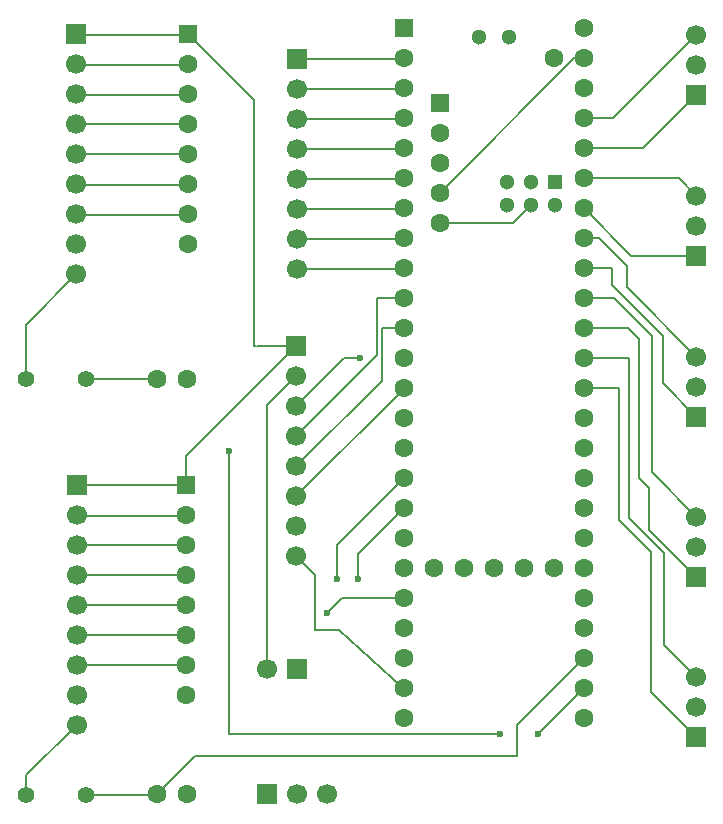
<source format=gtl>
G04 #@! TF.GenerationSoftware,KiCad,Pcbnew,9.0.4*
G04 #@! TF.CreationDate,2025-09-25T22:40:15-06:00*
G04 #@! TF.ProjectId,Teensy_Controler,5465656e-7379-45f4-936f-6e74726f6c65,rev?*
G04 #@! TF.SameCoordinates,Original*
G04 #@! TF.FileFunction,Copper,L1,Top*
G04 #@! TF.FilePolarity,Positive*
%FSLAX46Y46*%
G04 Gerber Fmt 4.6, Leading zero omitted, Abs format (unit mm)*
G04 Created by KiCad (PCBNEW 9.0.4) date 2025-09-25 22:40:15*
%MOMM*%
%LPD*%
G01*
G04 APERTURE LIST*
G04 #@! TA.AperFunction,Conductor*
%ADD10C,0.200000*%
G04 #@! TD*
G04 #@! TA.AperFunction,ComponentPad*
%ADD11R,1.700000X1.700000*%
G04 #@! TD*
G04 #@! TA.AperFunction,ComponentPad*
%ADD12C,1.700000*%
G04 #@! TD*
G04 #@! TA.AperFunction,ComponentPad*
%ADD13C,1.600000*%
G04 #@! TD*
G04 #@! TA.AperFunction,ComponentPad*
%ADD14C,1.400000*%
G04 #@! TD*
G04 #@! TA.AperFunction,ComponentPad*
%ADD15R,1.600000X1.600000*%
G04 #@! TD*
G04 #@! TA.AperFunction,ComponentPad*
%ADD16R,1.300000X1.300000*%
G04 #@! TD*
G04 #@! TA.AperFunction,ComponentPad*
%ADD17C,1.300000*%
G04 #@! TD*
G04 #@! TA.AperFunction,ViaPad*
%ADD18C,0.600000*%
G04 #@! TD*
G04 APERTURE END LIST*
D10*
X126072882Y-79984600D02*
X135191517Y-79984600D01*
X107340400Y-108458000D02*
X116636800Y-108458000D01*
X107315000Y-116078000D02*
X116636800Y-116078000D01*
X107264200Y-72821800D02*
X116738400Y-72821800D01*
X125958600Y-64719200D02*
X135051800Y-64719200D01*
X125958600Y-82499200D02*
X135001000Y-82499200D01*
X107264200Y-75412600D02*
X116865400Y-75412600D01*
X129565400Y-113055400D02*
X134950200Y-118008400D01*
X125958600Y-72339200D02*
X135001000Y-72339200D01*
X107315000Y-113512600D02*
X116611400Y-113512600D01*
X107315000Y-110972600D02*
X116586000Y-110972600D01*
X125958600Y-67259200D02*
X134899400Y-67259200D01*
X107314983Y-100838000D02*
X116611417Y-100838000D01*
X125907800Y-74930000D02*
X135102600Y-74930000D01*
X122326400Y-68224400D02*
X122326400Y-89027000D01*
X107315000Y-105918000D02*
X116484400Y-105918000D01*
X107264200Y-77927200D02*
X116738400Y-77927200D01*
X125983929Y-69799200D02*
X135026471Y-69799200D01*
X107416600Y-70281800D02*
X116586000Y-70281800D01*
X107289600Y-103403400D02*
X116611400Y-103403400D01*
X107314724Y-67792600D02*
X116662476Y-67792600D01*
X107264200Y-62687200D02*
X116763800Y-62687200D01*
X108026200Y-91846400D02*
X114223800Y-91846400D01*
X108153200Y-127025400D02*
X114325400Y-127025400D01*
X125933200Y-77444600D02*
X135102600Y-77444600D01*
X107313890Y-65227200D02*
X116612510Y-65227200D01*
D11*
X123418600Y-127000000D03*
D12*
X125958600Y-127000000D03*
X128498600Y-127000000D03*
D13*
X116636800Y-91846400D03*
X114136800Y-91846400D03*
D11*
X126009400Y-116357400D03*
D12*
X123469400Y-116357400D03*
D11*
X159766000Y-122174000D03*
D12*
X159766000Y-119634000D03*
X159766000Y-117094000D03*
D14*
X103047800Y-127025400D03*
X108127800Y-127025400D03*
D11*
X125933200Y-89027000D03*
D12*
X125933200Y-91567000D03*
X125933200Y-94107000D03*
X125933200Y-96647000D03*
X125933200Y-99187000D03*
X125933200Y-101727000D03*
X125933200Y-104267000D03*
X125933200Y-106807000D03*
D11*
X159791400Y-67767200D03*
D12*
X159791400Y-65227200D03*
X159791400Y-62687200D03*
D11*
X107315000Y-100812600D03*
D12*
X107315000Y-103352600D03*
X107315000Y-105892600D03*
X107315000Y-108432600D03*
X107315000Y-110972600D03*
X107315000Y-113512600D03*
X107315000Y-116052600D03*
X107315000Y-118592600D03*
X107315000Y-121132600D03*
D11*
X159791400Y-95021400D03*
D12*
X159791400Y-92481400D03*
X159791400Y-89941400D03*
D13*
X116636800Y-126949200D03*
X114136800Y-126949200D03*
D11*
X159791400Y-81407000D03*
D12*
X159791400Y-78867000D03*
X159791400Y-76327000D03*
D14*
X102997000Y-91871800D03*
X108077000Y-91871800D03*
D11*
X125958600Y-64719200D03*
D12*
X125958600Y-67259200D03*
X125958600Y-69799200D03*
X125958600Y-72339200D03*
X125958600Y-74879200D03*
X125958600Y-77419200D03*
X125958600Y-79959200D03*
X125958600Y-82499200D03*
D15*
X116763800Y-62661800D03*
D13*
X116763800Y-65201800D03*
X116763800Y-67741800D03*
X116763800Y-70281800D03*
X116763800Y-72821800D03*
X116763800Y-75361800D03*
X116763800Y-77901800D03*
X116763800Y-80441800D03*
D15*
X116611400Y-100838000D03*
D13*
X116611400Y-103378000D03*
X116611400Y-105918000D03*
X116611400Y-108458000D03*
X116611400Y-110998000D03*
X116611400Y-113538000D03*
X116611400Y-116078000D03*
X116611400Y-118618000D03*
D11*
X107264200Y-62661800D03*
D12*
X107264200Y-65201800D03*
X107264200Y-67741800D03*
X107264200Y-70281800D03*
X107264200Y-72821800D03*
X107264200Y-75361800D03*
X107264200Y-77901800D03*
X107264200Y-80441800D03*
X107264200Y-82981800D03*
D15*
X135001000Y-62153800D03*
D13*
X135001000Y-64693800D03*
X135001000Y-67233800D03*
X135001000Y-69773800D03*
X135001000Y-72313800D03*
X135001000Y-74853800D03*
X135001000Y-77393800D03*
X135001000Y-79933800D03*
X135001000Y-82473800D03*
X135001000Y-85013800D03*
X135001000Y-87553800D03*
X135001000Y-90093800D03*
X135001000Y-92633800D03*
X135001000Y-95173800D03*
X135001000Y-97713800D03*
X135001000Y-100253800D03*
X135001000Y-102793800D03*
X135001000Y-105333800D03*
X135001000Y-107873800D03*
X135001000Y-110413800D03*
X135001000Y-112953800D03*
X135001000Y-115493800D03*
X135001000Y-118033800D03*
X135001000Y-120573800D03*
X150241000Y-120573800D03*
X150241000Y-118033800D03*
X150241000Y-115493800D03*
X150241000Y-112953800D03*
X150241000Y-110413800D03*
X150241000Y-107873800D03*
X150241000Y-105333800D03*
X150241000Y-102793800D03*
X150241000Y-100253800D03*
X150241000Y-97713800D03*
X150241000Y-95173800D03*
X150241000Y-92633800D03*
X150241000Y-90093800D03*
X150241000Y-87553800D03*
X150241000Y-85013800D03*
X150241000Y-82473800D03*
X150241000Y-79933800D03*
X150241000Y-77393800D03*
X150241000Y-74853800D03*
X150241000Y-72313800D03*
X150241000Y-69773800D03*
X150241000Y-67233800D03*
X150241000Y-64693800D03*
X150241000Y-62153800D03*
X147701000Y-64693800D03*
X137541000Y-107873800D03*
X140081000Y-107873800D03*
X142621000Y-107873800D03*
X145161000Y-107873800D03*
X147701000Y-107873800D03*
D15*
X138051800Y-68453000D03*
D13*
X138051800Y-70993000D03*
X138051800Y-73533000D03*
X138051800Y-76073000D03*
X138051800Y-78613000D03*
D16*
X147802600Y-75123800D03*
D17*
X145802600Y-75123800D03*
X143802600Y-75123800D03*
X143802600Y-77123800D03*
X145802600Y-77123800D03*
X147802600Y-77123800D03*
X143891000Y-62883800D03*
X141351000Y-62883800D03*
D11*
X159766000Y-108585000D03*
D12*
X159766000Y-106045000D03*
X159766000Y-103505000D03*
D18*
X146392900Y-121881900D03*
X120218200Y-97927800D03*
X143129000Y-121920000D03*
X131165600Y-108737400D03*
X129336800Y-108788200D03*
X131292600Y-90093800D03*
X128549400Y-111683800D03*
D10*
X120218200Y-97927800D02*
X120218200Y-121920000D01*
X120218200Y-121920000D02*
X143129000Y-121920000D01*
X146392900Y-121881900D02*
X150241000Y-118033800D01*
X125933200Y-91567000D02*
X123469400Y-94030800D01*
X149431000Y-64693800D02*
X150241000Y-64693800D01*
X138051800Y-78613000D02*
X144313400Y-78613000D01*
X144313400Y-78613000D02*
X145802600Y-77123800D01*
X138051800Y-76073000D02*
X149431000Y-64693800D01*
X123469400Y-94030800D02*
X123469400Y-116357400D01*
X117337200Y-123748800D02*
X144576800Y-123748800D01*
X144576800Y-123748800D02*
X144576800Y-121158000D01*
X114136800Y-126949200D02*
X117337200Y-123748800D01*
X144576800Y-121158000D02*
X150241000Y-115493800D01*
X135001000Y-102793800D02*
X131165600Y-106629200D01*
X131165600Y-106629200D02*
X131165600Y-108737400D01*
X129336800Y-105918000D02*
X129336800Y-108788200D01*
X135001000Y-100253800D02*
X129336800Y-105918000D01*
X116763800Y-62661800D02*
X122326400Y-68224400D01*
X116611400Y-98348800D02*
X116611400Y-100838000D01*
X122364500Y-89027000D02*
X122542300Y-89027000D01*
X125933200Y-89027000D02*
X116611400Y-98348800D01*
X122605800Y-89027000D02*
X125933200Y-89027000D01*
X103047800Y-127025400D02*
X103047800Y-125399800D01*
X103047800Y-125399800D02*
X107315000Y-121132600D01*
X125933200Y-99187000D02*
X133146800Y-91973400D01*
X133146800Y-91973400D02*
X133146800Y-87553800D01*
X133146800Y-87553800D02*
X135001000Y-87553800D01*
X135001000Y-92659200D02*
X135001000Y-92633800D01*
X125933200Y-101727000D02*
X135001000Y-92659200D01*
X125933200Y-94107000D02*
X129946400Y-90093800D01*
X129946400Y-90093800D02*
X131292600Y-90093800D01*
X125933200Y-96647000D02*
X132745800Y-89834400D01*
X132791200Y-85013800D02*
X135001000Y-85013800D01*
X132745800Y-85070000D02*
X132740400Y-85064600D01*
X132745800Y-89834400D02*
X132745800Y-85070000D01*
X132740400Y-85064600D02*
X132791200Y-85013800D01*
X127533400Y-113055400D02*
X129565400Y-113055400D01*
X127533400Y-108407200D02*
X127533400Y-113055400D01*
X125933200Y-106807000D02*
X127533400Y-108407200D01*
X155956000Y-106502200D02*
X153238200Y-103784400D01*
X153238200Y-103784400D02*
X153238200Y-92633800D01*
X153238200Y-92633800D02*
X150241000Y-92633800D01*
X159766000Y-122174000D02*
X155956000Y-118364000D01*
X155956000Y-118364000D02*
X155956000Y-106502200D01*
X159766000Y-117094000D02*
X157022800Y-114350800D01*
X157022800Y-114350800D02*
X157022800Y-106527600D01*
X154101800Y-90093800D02*
X150241000Y-90093800D01*
X154101800Y-103606600D02*
X154101800Y-90093800D01*
X157022800Y-106527600D02*
X154101800Y-103606600D01*
X155803600Y-101066600D02*
X154914600Y-100177600D01*
X154914600Y-88442800D02*
X154025600Y-87553800D01*
X154914600Y-100177600D02*
X154914600Y-88442800D01*
X153974800Y-87553800D02*
X150241000Y-87553800D01*
X155803600Y-104622600D02*
X155803600Y-101066600D01*
X159766000Y-108585000D02*
X155803600Y-104622600D01*
X152831800Y-85013800D02*
X150241000Y-85013800D01*
X156006800Y-88188800D02*
X152831800Y-85013800D01*
X156006800Y-99745800D02*
X156006800Y-88188800D01*
X159766000Y-103505000D02*
X156006800Y-99745800D01*
X152654000Y-83845400D02*
X152654000Y-82473800D01*
X156972000Y-92202000D02*
X156972000Y-88163400D01*
X152654000Y-82473800D02*
X150241000Y-82473800D01*
X156972000Y-88163400D02*
X152654000Y-83845400D01*
X159791400Y-95021400D02*
X156972000Y-92202000D01*
X151561800Y-79933800D02*
X150241000Y-79933800D01*
X159791400Y-89941400D02*
X153924000Y-84074000D01*
X153924000Y-84074000D02*
X153924000Y-82296000D01*
X153924000Y-82296000D02*
X151561800Y-79933800D01*
X158318200Y-74853800D02*
X150241000Y-74853800D01*
X159791400Y-76327000D02*
X158318200Y-74853800D01*
X154254200Y-81407000D02*
X150241000Y-77393800D01*
X159791400Y-81407000D02*
X154254200Y-81407000D01*
X155244800Y-72313800D02*
X150241000Y-72313800D01*
X159791400Y-67767200D02*
X155244800Y-72313800D01*
X159791400Y-62687200D02*
X152704800Y-69773800D01*
X152704800Y-69773800D02*
X150241000Y-69773800D01*
X102997000Y-87249000D02*
X102997000Y-91871800D01*
X107264200Y-82981800D02*
X102997000Y-87249000D01*
X128549400Y-111683800D02*
X129819400Y-110413800D01*
X129819400Y-110413800D02*
X135001000Y-110413800D01*
M02*

</source>
